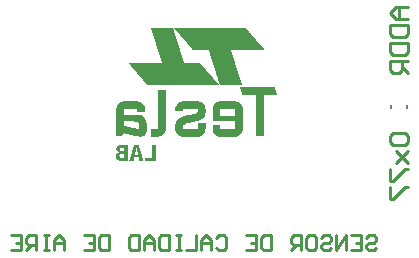
<source format=gbo>
G04*
G04 #@! TF.GenerationSoftware,Altium Limited,Altium Designer,20.1.14 (287)*
G04*
G04 Layer_Color=32896*
%FSLAX25Y25*%
%MOIN*%
G70*
G04*
G04 #@! TF.SameCoordinates,ED3C4BB4-71E9-4A6E-9139-F99DAA76467E*
G04*
G04*
G04 #@! TF.FilePolarity,Positive*
G04*
G01*
G75*
%ADD11C,0.00787*%
%ADD15C,0.01000*%
G36*
X151829Y134655D02*
X151921D01*
Y134564D01*
X152013D01*
Y134472D01*
X152105D01*
Y134380D01*
X152196D01*
Y134288D01*
X152288D01*
Y134196D01*
Y134105D01*
X152380D01*
Y134013D01*
X152472D01*
Y133921D01*
X152564D01*
Y133829D01*
X152655D01*
Y133738D01*
X152747D01*
Y133646D01*
X152839D01*
Y133554D01*
X152931D01*
Y133462D01*
Y133370D01*
X153022D01*
Y133279D01*
X153114D01*
Y133187D01*
X153206D01*
Y133095D01*
X153298D01*
Y133003D01*
X153389D01*
Y132912D01*
X153481D01*
Y132820D01*
X153573D01*
Y132728D01*
Y132636D01*
X153665D01*
Y132545D01*
X153756D01*
Y132453D01*
X153848D01*
Y132361D01*
X153940D01*
Y132269D01*
X154032D01*
Y132177D01*
X154124D01*
Y132086D01*
X154215D01*
Y131994D01*
Y131902D01*
X154307D01*
Y131810D01*
X154399D01*
Y131719D01*
X154491D01*
Y131627D01*
X154583D01*
Y131535D01*
X154674D01*
Y131443D01*
X154766D01*
Y131351D01*
X154858D01*
Y131260D01*
Y131168D01*
X154950D01*
Y131076D01*
X155041D01*
Y130984D01*
X155133D01*
Y130893D01*
X155225D01*
Y130801D01*
X155317D01*
Y130709D01*
X155408D01*
Y130617D01*
X155500D01*
Y130525D01*
Y130434D01*
X155592D01*
Y130342D01*
X155684D01*
Y130250D01*
X155775D01*
Y130158D01*
X155867D01*
Y130067D01*
X155959D01*
Y129975D01*
X156051D01*
Y129883D01*
X156143D01*
Y129791D01*
Y129700D01*
X156234D01*
Y129608D01*
X156326D01*
Y129516D01*
X156418D01*
Y129424D01*
X156510D01*
Y129332D01*
X156602D01*
Y129241D01*
X156693D01*
Y129149D01*
X156785D01*
Y129057D01*
Y128965D01*
X156877D01*
Y128874D01*
X156969D01*
Y128782D01*
X157060D01*
Y128690D01*
X157152D01*
Y128598D01*
X157244D01*
Y128506D01*
X157336D01*
Y128415D01*
X157428D01*
Y128323D01*
Y128231D01*
X157519D01*
Y128139D01*
X157611D01*
Y128048D01*
X157703D01*
Y127956D01*
X157795D01*
Y127864D01*
X157886D01*
Y127772D01*
X157978D01*
Y127681D01*
X158070D01*
Y127589D01*
Y127497D01*
X158162D01*
Y127405D01*
X158253D01*
Y127313D01*
X146965D01*
Y127222D01*
Y127130D01*
X147057D01*
Y127038D01*
Y126946D01*
X147149D01*
Y126855D01*
Y126763D01*
Y126671D01*
Y126579D01*
X147241D01*
Y126487D01*
Y126396D01*
Y126304D01*
X147332D01*
Y126212D01*
Y126120D01*
Y126029D01*
X147424D01*
Y125937D01*
Y125845D01*
Y125753D01*
X147516D01*
Y125661D01*
Y125570D01*
Y125478D01*
X147608D01*
Y125386D01*
Y125294D01*
Y125203D01*
X147699D01*
Y125111D01*
Y125019D01*
Y124927D01*
X147791D01*
Y124836D01*
Y124744D01*
Y124652D01*
Y124560D01*
X147883D01*
Y124468D01*
Y124377D01*
Y124285D01*
X147975D01*
Y124193D01*
Y124101D01*
Y124010D01*
X148067D01*
Y123918D01*
Y123826D01*
Y123734D01*
X148158D01*
Y123642D01*
Y123551D01*
Y123459D01*
X148250D01*
Y123367D01*
Y123275D01*
Y123184D01*
X148342D01*
Y123092D01*
Y123000D01*
Y122908D01*
X148434D01*
Y122817D01*
Y122725D01*
Y122633D01*
X148525D01*
Y122541D01*
Y122449D01*
Y122358D01*
X148617D01*
Y122266D01*
Y122174D01*
Y122082D01*
Y121991D01*
X148709D01*
Y121899D01*
Y121807D01*
Y121715D01*
X148801D01*
Y121623D01*
Y121532D01*
Y121440D01*
X148892D01*
Y121348D01*
Y121256D01*
Y121165D01*
X148984D01*
Y121073D01*
Y120981D01*
Y120889D01*
X149076D01*
Y120797D01*
Y120706D01*
Y120614D01*
X149168D01*
Y120522D01*
Y120430D01*
Y120339D01*
X149260D01*
Y120247D01*
Y120155D01*
Y120063D01*
X149351D01*
Y119972D01*
Y119880D01*
Y119788D01*
Y119696D01*
X149443D01*
Y119604D01*
Y119513D01*
Y119421D01*
X149535D01*
Y119329D01*
Y119237D01*
Y119146D01*
X149627D01*
Y119054D01*
Y118962D01*
Y118870D01*
X149718D01*
Y118778D01*
Y118687D01*
Y118595D01*
X149810D01*
Y118503D01*
Y118411D01*
Y118320D01*
X149902D01*
Y118228D01*
Y118136D01*
Y118044D01*
X149994D01*
Y117953D01*
Y117861D01*
Y117769D01*
X150086D01*
Y117677D01*
Y117585D01*
Y117494D01*
Y117402D01*
X150177D01*
Y117310D01*
Y117218D01*
Y117127D01*
X150269D01*
Y117035D01*
Y116943D01*
Y116851D01*
X150361D01*
Y116759D01*
Y116668D01*
Y116576D01*
X150453D01*
Y116484D01*
Y116392D01*
Y116300D01*
X150545D01*
Y116209D01*
Y116117D01*
Y116025D01*
X150636D01*
Y115933D01*
Y115842D01*
Y115750D01*
X150728D01*
Y115658D01*
Y115566D01*
X143294D01*
Y115658D01*
Y115750D01*
Y115842D01*
X143203D01*
Y115933D01*
Y116025D01*
Y116117D01*
X143111D01*
Y116209D01*
Y116300D01*
Y116392D01*
Y116484D01*
X143019D01*
Y116576D01*
Y116668D01*
Y116759D01*
X142927D01*
Y116851D01*
Y116943D01*
Y117035D01*
X142835D01*
Y117127D01*
Y117218D01*
Y117310D01*
X142744D01*
Y117402D01*
Y117494D01*
Y117585D01*
X142652D01*
Y117677D01*
Y117769D01*
Y117861D01*
X142560D01*
Y117953D01*
Y118044D01*
Y118136D01*
X142468D01*
Y118228D01*
Y118320D01*
Y118411D01*
X142377D01*
Y118503D01*
Y118595D01*
Y118687D01*
X142285D01*
Y118778D01*
Y118870D01*
Y118962D01*
Y119054D01*
X142193D01*
Y119146D01*
Y119237D01*
Y119329D01*
X142101D01*
Y119421D01*
Y119513D01*
Y119604D01*
X142009D01*
Y119696D01*
Y119788D01*
Y119880D01*
X141918D01*
Y119972D01*
Y120063D01*
Y120155D01*
X141826D01*
Y120247D01*
Y120339D01*
Y120430D01*
X141734D01*
Y120522D01*
Y120614D01*
Y120706D01*
X141642D01*
Y120797D01*
Y120889D01*
Y120981D01*
Y121073D01*
X141551D01*
Y121165D01*
Y121256D01*
Y121348D01*
X141459D01*
Y121440D01*
Y121532D01*
Y121623D01*
X141367D01*
Y121715D01*
Y121807D01*
Y121899D01*
X141275D01*
Y121991D01*
Y122082D01*
Y122174D01*
X141183D01*
Y122266D01*
Y122358D01*
Y122449D01*
X141092D01*
Y122541D01*
Y122633D01*
Y122725D01*
X141000D01*
Y122817D01*
Y122908D01*
Y123000D01*
X140908D01*
Y123092D01*
Y123184D01*
Y123275D01*
Y123367D01*
X140816D01*
Y123459D01*
Y123551D01*
Y123642D01*
X140725D01*
Y123734D01*
Y123826D01*
Y123918D01*
X140633D01*
Y124010D01*
Y124101D01*
Y124193D01*
X140541D01*
Y124285D01*
Y124377D01*
Y124468D01*
X140449D01*
Y124560D01*
Y124652D01*
Y124744D01*
X140358D01*
Y124836D01*
Y124927D01*
Y125019D01*
X140266D01*
Y125111D01*
Y125203D01*
Y125294D01*
X140174D01*
Y125386D01*
Y125478D01*
Y125570D01*
Y125661D01*
X140082D01*
Y125753D01*
Y125845D01*
Y125937D01*
X139990D01*
Y126029D01*
Y126120D01*
Y126212D01*
X139899D01*
Y126304D01*
Y126396D01*
Y126487D01*
X139807D01*
Y126579D01*
Y126671D01*
Y126763D01*
X139715D01*
Y126855D01*
Y126946D01*
Y127038D01*
X139623D01*
Y127130D01*
Y127222D01*
Y127313D01*
X134300D01*
Y127405D01*
X134209D01*
Y127497D01*
Y127589D01*
X134117D01*
Y127681D01*
X134025D01*
Y127772D01*
X133933D01*
Y127864D01*
X133842D01*
Y127956D01*
X133750D01*
Y128048D01*
X133658D01*
Y128139D01*
X133566D01*
Y128231D01*
Y128323D01*
X133475D01*
Y128415D01*
X133383D01*
Y128506D01*
X133291D01*
Y128598D01*
X133199D01*
Y128690D01*
X133107D01*
Y128782D01*
X133016D01*
Y128874D01*
X132924D01*
Y128965D01*
Y129057D01*
X132832D01*
Y129149D01*
X132740D01*
Y129241D01*
X132649D01*
Y129332D01*
X132557D01*
Y129424D01*
X132465D01*
Y129516D01*
X132373D01*
Y129608D01*
X132281D01*
Y129700D01*
Y129791D01*
X132190D01*
Y129883D01*
X132098D01*
Y129975D01*
X132006D01*
Y130067D01*
X131914D01*
Y130158D01*
X131823D01*
Y130250D01*
X131731D01*
Y130342D01*
X131639D01*
Y130434D01*
Y130525D01*
X131547D01*
Y130617D01*
X131456D01*
Y130709D01*
X131364D01*
Y130801D01*
X131272D01*
Y130893D01*
X131180D01*
Y130984D01*
X131088D01*
Y131076D01*
X130997D01*
Y131168D01*
Y131260D01*
X130905D01*
Y131351D01*
X130813D01*
Y131443D01*
X130721D01*
Y131535D01*
X130630D01*
Y131627D01*
X130538D01*
Y131719D01*
X130446D01*
Y131810D01*
X130354D01*
Y131902D01*
Y131994D01*
X130262D01*
Y132086D01*
X130171D01*
Y132177D01*
X130079D01*
Y132269D01*
X129987D01*
Y132361D01*
X129895D01*
Y132453D01*
X129804D01*
Y132545D01*
X129712D01*
Y132636D01*
Y132728D01*
X129620D01*
Y132820D01*
X129528D01*
Y132912D01*
X129437D01*
Y133003D01*
X129345D01*
Y133095D01*
X129253D01*
Y133187D01*
X129161D01*
Y133279D01*
X129069D01*
Y133370D01*
Y133462D01*
X128978D01*
Y133554D01*
X128886D01*
Y133646D01*
X128794D01*
Y133738D01*
X128702D01*
Y133829D01*
X128611D01*
Y133921D01*
X128519D01*
Y134013D01*
X128427D01*
Y134105D01*
Y134196D01*
X128335D01*
Y134288D01*
X128244D01*
Y134380D01*
X128152D01*
Y134472D01*
X128060D01*
Y134564D01*
X127968D01*
Y134655D01*
X127876D01*
Y134747D01*
X151829D01*
Y134655D01*
D02*
G37*
G36*
X127693D02*
Y134564D01*
X127785D01*
Y134472D01*
Y134380D01*
Y134288D01*
X127876D01*
Y134196D01*
Y134105D01*
Y134013D01*
Y133921D01*
X127968D01*
Y133829D01*
Y133738D01*
Y133646D01*
X128060D01*
Y133554D01*
Y133462D01*
Y133370D01*
X128152D01*
Y133279D01*
Y133187D01*
Y133095D01*
X128244D01*
Y133003D01*
Y132912D01*
Y132820D01*
X128335D01*
Y132728D01*
Y132636D01*
Y132545D01*
X128427D01*
Y132453D01*
Y132361D01*
Y132269D01*
X128519D01*
Y132177D01*
Y132086D01*
Y131994D01*
Y131902D01*
X128611D01*
Y131810D01*
Y131719D01*
Y131627D01*
X128702D01*
Y131535D01*
Y131443D01*
Y131351D01*
X128794D01*
Y131260D01*
Y131168D01*
Y131076D01*
X128886D01*
Y130984D01*
Y130893D01*
Y130801D01*
X128978D01*
Y130709D01*
Y130617D01*
Y130525D01*
X129069D01*
Y130434D01*
Y130342D01*
Y130250D01*
X129161D01*
Y130158D01*
Y130067D01*
Y129975D01*
X129253D01*
Y129883D01*
Y129791D01*
Y129700D01*
X129345D01*
Y129608D01*
Y129516D01*
Y129424D01*
Y129332D01*
X129437D01*
Y129241D01*
Y129149D01*
Y129057D01*
X129528D01*
Y128965D01*
Y128874D01*
Y128782D01*
X129620D01*
Y128690D01*
Y128598D01*
Y128506D01*
X129712D01*
Y128415D01*
Y128323D01*
Y128231D01*
X129804D01*
Y128139D01*
Y128048D01*
Y127956D01*
X129895D01*
Y127864D01*
Y127772D01*
Y127681D01*
X129987D01*
Y127589D01*
Y127497D01*
Y127405D01*
X130079D01*
Y127313D01*
Y127222D01*
Y127130D01*
Y127038D01*
X130171D01*
Y126946D01*
Y126855D01*
Y126763D01*
X130262D01*
Y126671D01*
Y126579D01*
Y126487D01*
X130354D01*
Y126396D01*
Y126304D01*
Y126212D01*
X130446D01*
Y126120D01*
Y126029D01*
Y125937D01*
X130538D01*
Y125845D01*
Y125753D01*
Y125661D01*
X130630D01*
Y125570D01*
Y125478D01*
Y125386D01*
X130721D01*
Y125294D01*
Y125203D01*
Y125111D01*
X130813D01*
Y125019D01*
Y124927D01*
Y124836D01*
Y124744D01*
X130905D01*
Y124652D01*
Y124560D01*
Y124468D01*
X130997D01*
Y124377D01*
Y124285D01*
Y124193D01*
X131088D01*
Y124101D01*
Y124010D01*
Y123918D01*
X131180D01*
Y123826D01*
Y123734D01*
Y123642D01*
X131272D01*
Y123551D01*
Y123459D01*
Y123367D01*
X131364D01*
Y123275D01*
Y123184D01*
Y123092D01*
X131456D01*
Y123000D01*
X136687D01*
Y122908D01*
X136778D01*
Y122817D01*
X136870D01*
Y122725D01*
X136962D01*
Y122633D01*
Y122541D01*
X137054D01*
Y122449D01*
X137145D01*
Y122358D01*
X137237D01*
Y122266D01*
X137329D01*
Y122174D01*
X137421D01*
Y122082D01*
X137513D01*
Y121991D01*
X137604D01*
Y121899D01*
Y121807D01*
X137696D01*
Y121715D01*
X137788D01*
Y121623D01*
X137880D01*
Y121532D01*
X137971D01*
Y121440D01*
X138063D01*
Y121348D01*
X138155D01*
Y121256D01*
Y121165D01*
X138247D01*
Y121073D01*
X138339D01*
Y120981D01*
X138430D01*
Y120889D01*
X138522D01*
Y120797D01*
X138614D01*
Y120706D01*
X138706D01*
Y120614D01*
X138797D01*
Y120522D01*
Y120430D01*
X138889D01*
Y120339D01*
X138981D01*
Y120247D01*
X139073D01*
Y120155D01*
X139164D01*
Y120063D01*
X139256D01*
Y119972D01*
X139348D01*
Y119880D01*
X139440D01*
Y119788D01*
Y119696D01*
X139532D01*
Y119604D01*
X139623D01*
Y119513D01*
X139715D01*
Y119421D01*
X139807D01*
Y119329D01*
X139899D01*
Y119237D01*
X139990D01*
Y119146D01*
Y119054D01*
X140082D01*
Y118962D01*
X140174D01*
Y118870D01*
X140266D01*
Y118778D01*
X140358D01*
Y118687D01*
X140449D01*
Y118595D01*
X140541D01*
Y118503D01*
X140633D01*
Y118411D01*
Y118320D01*
X140725D01*
Y118228D01*
X140816D01*
Y118136D01*
X140908D01*
Y118044D01*
X141000D01*
Y117953D01*
X141092D01*
Y117861D01*
X141183D01*
Y117769D01*
X141275D01*
Y117677D01*
Y117585D01*
X141367D01*
Y117494D01*
X141459D01*
Y117402D01*
X141551D01*
Y117310D01*
X141642D01*
Y117218D01*
X141734D01*
Y117127D01*
X141826D01*
Y117035D01*
X141918D01*
Y116943D01*
Y116851D01*
X142009D01*
Y116759D01*
X142101D01*
Y116668D01*
X142193D01*
Y116576D01*
X142285D01*
Y116484D01*
X142377D01*
Y116392D01*
X142468D01*
Y116300D01*
Y116209D01*
X142560D01*
Y116117D01*
X142652D01*
Y116025D01*
X142744D01*
Y115933D01*
X142835D01*
Y115842D01*
X142927D01*
Y115750D01*
X143019D01*
Y115658D01*
X143111D01*
Y115566D01*
X119250D01*
Y115658D01*
X119158D01*
Y115750D01*
X119066D01*
Y115842D01*
X118974D01*
Y115933D01*
X118883D01*
Y116025D01*
X118791D01*
Y116117D01*
X118699D01*
Y116209D01*
X118607D01*
Y116300D01*
X118516D01*
Y116392D01*
Y116484D01*
X118424D01*
Y116576D01*
X118332D01*
Y116668D01*
X118240D01*
Y116759D01*
X118148D01*
Y116851D01*
X118057D01*
Y116943D01*
X117965D01*
Y117035D01*
X117873D01*
Y117127D01*
Y117218D01*
X117781D01*
Y117310D01*
X117690D01*
Y117402D01*
X117598D01*
Y117494D01*
X117506D01*
Y117585D01*
X117414D01*
Y117677D01*
X117322D01*
Y117769D01*
X117231D01*
Y117861D01*
Y117953D01*
X117139D01*
Y118044D01*
X117047D01*
Y118136D01*
X116955D01*
Y118228D01*
X116864D01*
Y118320D01*
X116772D01*
Y118411D01*
X116680D01*
Y118503D01*
Y118595D01*
X116588D01*
Y118687D01*
X116497D01*
Y118778D01*
X116405D01*
Y118870D01*
X116313D01*
Y118962D01*
X116221D01*
Y119054D01*
X116129D01*
Y119146D01*
X116038D01*
Y119237D01*
Y119329D01*
X115946D01*
Y119421D01*
X115854D01*
Y119513D01*
X115762D01*
Y119604D01*
X115671D01*
Y119696D01*
X115579D01*
Y119788D01*
X115487D01*
Y119880D01*
X115395D01*
Y119972D01*
Y120063D01*
X115303D01*
Y120155D01*
X115212D01*
Y120247D01*
X115120D01*
Y120339D01*
X115028D01*
Y120430D01*
X114936D01*
Y120522D01*
X114845D01*
Y120614D01*
X114753D01*
Y120706D01*
Y120797D01*
X114661D01*
Y120889D01*
X114569D01*
Y120981D01*
X114477D01*
Y121073D01*
X114386D01*
Y121165D01*
X114294D01*
Y121256D01*
X114202D01*
Y121348D01*
Y121440D01*
X114110D01*
Y121532D01*
X114019D01*
Y121623D01*
X113927D01*
Y121715D01*
X113835D01*
Y121807D01*
X113743D01*
Y121899D01*
X113652D01*
Y121991D01*
X113560D01*
Y122082D01*
Y122174D01*
X113468D01*
Y122266D01*
X113376D01*
Y122358D01*
X113284D01*
Y122449D01*
X113193D01*
Y122541D01*
X113101D01*
Y122633D01*
X113009D01*
Y122725D01*
X112917D01*
Y122817D01*
Y122908D01*
X112826D01*
Y123000D01*
X124022D01*
Y123092D01*
Y123184D01*
X123930D01*
Y123275D01*
Y123367D01*
Y123459D01*
X123838D01*
Y123551D01*
Y123642D01*
Y123734D01*
Y123826D01*
X123747D01*
Y123918D01*
Y124010D01*
Y124101D01*
X123655D01*
Y124193D01*
Y124285D01*
Y124377D01*
X123563D01*
Y124468D01*
Y124560D01*
Y124652D01*
X123471D01*
Y124744D01*
Y124836D01*
Y124927D01*
X123380D01*
Y125019D01*
Y125111D01*
Y125203D01*
X123288D01*
Y125294D01*
Y125386D01*
Y125478D01*
X123196D01*
Y125570D01*
Y125661D01*
Y125753D01*
Y125845D01*
X123104D01*
Y125937D01*
Y126029D01*
Y126120D01*
X123012D01*
Y126212D01*
Y126304D01*
Y126396D01*
X122921D01*
Y126487D01*
Y126579D01*
Y126671D01*
X122829D01*
Y126763D01*
Y126855D01*
Y126946D01*
X122737D01*
Y127038D01*
Y127130D01*
Y127222D01*
X122645D01*
Y127313D01*
Y127405D01*
Y127497D01*
X122554D01*
Y127589D01*
Y127681D01*
Y127772D01*
X122462D01*
Y127864D01*
Y127956D01*
Y128048D01*
X122370D01*
Y128139D01*
Y128231D01*
Y128323D01*
Y128415D01*
X122278D01*
Y128506D01*
Y128598D01*
Y128690D01*
X122186D01*
Y128782D01*
Y128874D01*
Y128965D01*
X122095D01*
Y129057D01*
Y129149D01*
Y129241D01*
X122003D01*
Y129332D01*
Y129424D01*
Y129516D01*
X121911D01*
Y129608D01*
Y129700D01*
Y129791D01*
X121819D01*
Y129883D01*
Y129975D01*
Y130067D01*
X121728D01*
Y130158D01*
Y130250D01*
Y130342D01*
Y130434D01*
X121636D01*
Y130525D01*
Y130617D01*
Y130709D01*
X121544D01*
Y130801D01*
Y130893D01*
Y130984D01*
X121452D01*
Y131076D01*
Y131168D01*
Y131260D01*
X121361D01*
Y131351D01*
Y131443D01*
Y131535D01*
X121269D01*
Y131627D01*
Y131719D01*
Y131810D01*
X121177D01*
Y131902D01*
Y131994D01*
Y132086D01*
X121085D01*
Y132177D01*
Y132269D01*
Y132361D01*
X120993D01*
Y132453D01*
Y132545D01*
Y132636D01*
X120902D01*
Y132728D01*
Y132820D01*
Y132912D01*
Y133003D01*
X120810D01*
Y133095D01*
Y133187D01*
Y133279D01*
X120718D01*
Y133370D01*
Y133462D01*
Y133554D01*
X120626D01*
Y133646D01*
Y133738D01*
Y133829D01*
X120535D01*
Y133921D01*
Y134013D01*
Y134105D01*
X120443D01*
Y134196D01*
Y134288D01*
Y134380D01*
X120351D01*
Y134472D01*
Y134564D01*
Y134655D01*
X120259D01*
Y134747D01*
X127693D01*
Y134655D01*
D02*
G37*
G36*
X116129Y110060D02*
X116497D01*
Y109968D01*
X116772D01*
Y109876D01*
X116955D01*
Y109785D01*
X117139D01*
Y109693D01*
X117231D01*
Y109601D01*
X117414D01*
Y109509D01*
X117506D01*
Y109417D01*
X117598D01*
Y109326D01*
X117690D01*
Y109234D01*
X117781D01*
Y109142D01*
X117873D01*
Y109050D01*
Y108959D01*
X117965D01*
Y108867D01*
X118057D01*
Y108775D01*
Y108683D01*
X118148D01*
Y108592D01*
Y108500D01*
X118240D01*
Y108408D01*
Y108316D01*
Y108224D01*
X118332D01*
Y108133D01*
Y108041D01*
Y107949D01*
X118424D01*
Y107857D01*
Y107766D01*
Y107674D01*
Y107582D01*
Y107490D01*
Y107398D01*
Y107307D01*
Y107215D01*
Y107123D01*
Y107031D01*
Y106940D01*
Y106848D01*
Y106756D01*
X115854D01*
Y106848D01*
Y106940D01*
Y107031D01*
Y107123D01*
Y107215D01*
Y107307D01*
Y107398D01*
X115762D01*
Y107490D01*
X111449D01*
Y107398D01*
X111357D01*
Y107307D01*
Y107215D01*
Y107123D01*
Y107031D01*
Y106940D01*
Y106848D01*
Y106756D01*
Y106664D01*
Y106572D01*
Y106481D01*
Y106389D01*
Y106297D01*
Y106205D01*
Y106114D01*
Y106022D01*
Y105930D01*
Y105838D01*
X111449D01*
Y105747D01*
X113193D01*
Y105655D01*
X115028D01*
Y105563D01*
X116772D01*
Y105471D01*
X117231D01*
Y105379D01*
X117414D01*
Y105288D01*
X117598D01*
Y105196D01*
X117690D01*
Y105104D01*
X117781D01*
Y105012D01*
X117873D01*
Y104921D01*
X117965D01*
Y104829D01*
X118057D01*
Y104737D01*
X118148D01*
Y104645D01*
X118240D01*
Y104553D01*
X118332D01*
Y104462D01*
Y104370D01*
X118424D01*
Y104278D01*
Y104186D01*
X118516D01*
Y104095D01*
Y104003D01*
X118607D01*
Y103911D01*
Y103819D01*
X118699D01*
Y103728D01*
Y103636D01*
Y103544D01*
Y103452D01*
X118791D01*
Y103360D01*
Y103269D01*
Y103177D01*
Y103085D01*
Y102993D01*
X118883D01*
Y102902D01*
Y102810D01*
Y102718D01*
Y102626D01*
Y102534D01*
Y102443D01*
Y102351D01*
Y102259D01*
Y102167D01*
Y102076D01*
Y101984D01*
Y101892D01*
Y101800D01*
Y101708D01*
Y101617D01*
Y101525D01*
Y101433D01*
Y101341D01*
Y101250D01*
Y101158D01*
Y101066D01*
Y100974D01*
Y100883D01*
Y100791D01*
Y100699D01*
Y100607D01*
Y100515D01*
Y100424D01*
Y100332D01*
Y100240D01*
Y100148D01*
Y100057D01*
Y99965D01*
Y99873D01*
X118791D01*
Y99781D01*
Y99690D01*
Y99598D01*
X118699D01*
Y99506D01*
Y99414D01*
X118607D01*
Y99322D01*
Y99231D01*
X118516D01*
Y99139D01*
Y99047D01*
X118424D01*
Y98955D01*
X118332D01*
Y98864D01*
X118240D01*
Y98772D01*
X118057D01*
Y98680D01*
X117965D01*
Y98588D01*
X117781D01*
Y98497D01*
X117506D01*
Y98405D01*
X116221D01*
Y98497D01*
X115671D01*
Y98588D01*
X115212D01*
Y98680D01*
X114753D01*
Y98772D01*
X114386D01*
Y98864D01*
X113927D01*
Y98955D01*
X113560D01*
Y99047D01*
X113193D01*
Y99139D01*
X112826D01*
Y99231D01*
X112367D01*
Y99322D01*
X111999D01*
Y99414D01*
X111724D01*
Y99506D01*
X111265D01*
Y99414D01*
X111174D01*
Y99322D01*
X111082D01*
Y99231D01*
X110990D01*
Y99139D01*
X110898D01*
Y99047D01*
X110807D01*
Y98955D01*
X110715D01*
Y98864D01*
X110623D01*
Y98772D01*
X110531D01*
Y98680D01*
X110439D01*
Y98588D01*
X108788D01*
Y98680D01*
Y98772D01*
Y98864D01*
Y98955D01*
Y99047D01*
Y99139D01*
Y99231D01*
Y99322D01*
Y99414D01*
Y99506D01*
Y99598D01*
Y99690D01*
Y99781D01*
Y99873D01*
Y99965D01*
Y100057D01*
Y100148D01*
Y100240D01*
Y100332D01*
Y100424D01*
Y100515D01*
Y100607D01*
Y100699D01*
Y100791D01*
Y100883D01*
Y100974D01*
Y101066D01*
Y101158D01*
Y101250D01*
Y101341D01*
Y101433D01*
Y101525D01*
Y101617D01*
Y101708D01*
Y101800D01*
Y101892D01*
Y101984D01*
Y102076D01*
Y102167D01*
Y102259D01*
Y102351D01*
Y102443D01*
Y102534D01*
Y102626D01*
Y102718D01*
Y102810D01*
Y102902D01*
Y102993D01*
Y103085D01*
Y103177D01*
Y103269D01*
Y103360D01*
Y103452D01*
Y103544D01*
Y103636D01*
Y103728D01*
Y103819D01*
Y103911D01*
Y104003D01*
Y104095D01*
Y104186D01*
Y104278D01*
Y104370D01*
Y104462D01*
Y104553D01*
Y104645D01*
Y104737D01*
Y104829D01*
Y104921D01*
Y105012D01*
Y105104D01*
Y105196D01*
Y105288D01*
Y105379D01*
Y105471D01*
Y105563D01*
Y105655D01*
Y105747D01*
Y105838D01*
Y105930D01*
Y106022D01*
Y106114D01*
Y106205D01*
Y106297D01*
Y106389D01*
Y106481D01*
Y106572D01*
Y106664D01*
Y106756D01*
Y106848D01*
Y106940D01*
Y107031D01*
Y107123D01*
Y107215D01*
Y107307D01*
Y107398D01*
Y107490D01*
Y107582D01*
Y107674D01*
Y107766D01*
Y107857D01*
Y107949D01*
X108879D01*
Y108041D01*
Y108133D01*
Y108224D01*
Y108316D01*
X108971D01*
Y108408D01*
Y108500D01*
Y108592D01*
X109063D01*
Y108683D01*
Y108775D01*
X109155D01*
Y108867D01*
X109246D01*
Y108959D01*
Y109050D01*
X109338D01*
Y109142D01*
X109430D01*
Y109234D01*
X109522D01*
Y109326D01*
X109613D01*
Y109417D01*
X109705D01*
Y109509D01*
X109797D01*
Y109601D01*
X109889D01*
Y109693D01*
X110072D01*
Y109785D01*
X110256D01*
Y109876D01*
X110439D01*
Y109968D01*
X110623D01*
Y110060D01*
X111082D01*
Y110152D01*
X116129D01*
Y110060D01*
D02*
G37*
G36*
X148709D02*
X149168D01*
Y109968D01*
X149351D01*
Y109876D01*
X149535D01*
Y109785D01*
X149718D01*
Y109693D01*
X149902D01*
Y109601D01*
X149994D01*
Y109509D01*
X150086D01*
Y109417D01*
X150177D01*
Y109326D01*
X150269D01*
Y109234D01*
X150361D01*
Y109142D01*
X150453D01*
Y109050D01*
X150545D01*
Y108959D01*
Y108867D01*
X150636D01*
Y108775D01*
Y108683D01*
X150728D01*
Y108592D01*
Y108500D01*
X150820D01*
Y108408D01*
Y108316D01*
Y108224D01*
X150912D01*
Y108133D01*
Y108041D01*
Y107949D01*
Y107857D01*
Y107766D01*
X151003D01*
Y107674D01*
Y107582D01*
Y107490D01*
Y107398D01*
Y107307D01*
Y107215D01*
Y107123D01*
Y107031D01*
Y106940D01*
Y106848D01*
Y106756D01*
Y106664D01*
Y106572D01*
Y106481D01*
Y106389D01*
Y106297D01*
Y106205D01*
Y106114D01*
Y106022D01*
Y105930D01*
Y105838D01*
Y105747D01*
Y105655D01*
Y105563D01*
Y105471D01*
Y105379D01*
Y105288D01*
Y105196D01*
Y105104D01*
Y105012D01*
Y104921D01*
Y104829D01*
Y104737D01*
Y104645D01*
Y104553D01*
Y104462D01*
Y104370D01*
Y104278D01*
Y104186D01*
Y104095D01*
Y104003D01*
Y103911D01*
Y103819D01*
Y103728D01*
Y103636D01*
Y103544D01*
Y103452D01*
Y103360D01*
Y103269D01*
Y103177D01*
Y103085D01*
Y102993D01*
Y102902D01*
Y102810D01*
Y102718D01*
Y102626D01*
Y102534D01*
Y102443D01*
Y102351D01*
Y102259D01*
Y102167D01*
Y102076D01*
Y101984D01*
Y101892D01*
Y101800D01*
Y101708D01*
Y101617D01*
Y101525D01*
Y101433D01*
Y101341D01*
Y101250D01*
Y101158D01*
Y101066D01*
Y100974D01*
Y100883D01*
Y100791D01*
Y100699D01*
X150912D01*
Y100607D01*
Y100515D01*
Y100424D01*
Y100332D01*
Y100240D01*
X150820D01*
Y100148D01*
Y100057D01*
Y99965D01*
X150728D01*
Y99873D01*
Y99781D01*
X150636D01*
Y99690D01*
Y99598D01*
X150545D01*
Y99506D01*
X150453D01*
Y99414D01*
Y99322D01*
X150361D01*
Y99231D01*
X150269D01*
Y99139D01*
X150177D01*
Y99047D01*
X150086D01*
Y98955D01*
X149902D01*
Y98864D01*
X149810D01*
Y98772D01*
X149627D01*
Y98680D01*
X149535D01*
Y98588D01*
X149260D01*
Y98497D01*
X148984D01*
Y98405D01*
X142835D01*
Y98497D01*
X142560D01*
Y98588D01*
X142377D01*
Y98680D01*
X142193D01*
Y98772D01*
X142009D01*
Y98864D01*
X141918D01*
Y98955D01*
X141826D01*
Y99047D01*
X141734D01*
Y99139D01*
X141642D01*
Y99231D01*
X141551D01*
Y99322D01*
X141459D01*
Y99414D01*
X141367D01*
Y99506D01*
X141275D01*
Y99598D01*
Y99690D01*
X141183D01*
Y99781D01*
Y99873D01*
X141092D01*
Y99965D01*
Y100057D01*
X141000D01*
Y100148D01*
Y100240D01*
Y100332D01*
Y100424D01*
X140908D01*
Y100515D01*
Y100607D01*
Y100699D01*
Y100791D01*
Y100883D01*
Y100974D01*
Y101066D01*
Y101158D01*
Y101250D01*
Y101341D01*
Y101433D01*
Y101525D01*
Y101617D01*
Y101708D01*
Y101800D01*
Y101892D01*
Y101984D01*
Y102076D01*
Y102167D01*
Y102259D01*
Y102351D01*
Y102443D01*
X143478D01*
Y102351D01*
Y102259D01*
Y102167D01*
Y102076D01*
Y101984D01*
Y101892D01*
Y101800D01*
Y101708D01*
Y101617D01*
Y101525D01*
Y101433D01*
Y101341D01*
Y101250D01*
Y101158D01*
Y101066D01*
Y100974D01*
X143661D01*
Y100883D01*
X148250D01*
Y100974D01*
X148342D01*
Y101066D01*
X148434D01*
Y101158D01*
Y101250D01*
Y101341D01*
Y101433D01*
Y101525D01*
Y101617D01*
Y101708D01*
Y101800D01*
Y101892D01*
Y101984D01*
Y102076D01*
Y102167D01*
Y102259D01*
Y102351D01*
Y102443D01*
Y102534D01*
Y102626D01*
Y102718D01*
Y102810D01*
Y102902D01*
Y102993D01*
Y103085D01*
Y103177D01*
Y103269D01*
Y103360D01*
Y103452D01*
X140908D01*
Y103544D01*
Y103636D01*
Y103728D01*
Y103819D01*
Y103911D01*
Y104003D01*
Y104095D01*
Y104186D01*
Y104278D01*
Y104370D01*
Y104462D01*
Y104553D01*
Y104645D01*
Y104737D01*
Y104829D01*
Y104921D01*
Y105012D01*
Y105104D01*
Y105196D01*
Y105288D01*
Y105379D01*
Y105471D01*
Y105563D01*
Y105655D01*
Y105747D01*
Y105838D01*
Y105930D01*
Y106022D01*
Y106114D01*
Y106205D01*
Y106297D01*
Y106389D01*
Y106481D01*
Y106572D01*
Y106664D01*
Y106756D01*
Y106848D01*
Y106940D01*
Y107031D01*
Y107123D01*
Y107215D01*
Y107307D01*
Y107398D01*
Y107490D01*
Y107582D01*
Y107674D01*
Y107766D01*
Y107857D01*
Y107949D01*
Y108041D01*
Y108133D01*
X141000D01*
Y108224D01*
Y108316D01*
Y108408D01*
X141092D01*
Y108500D01*
Y108592D01*
X141183D01*
Y108683D01*
Y108775D01*
X141275D01*
Y108867D01*
Y108959D01*
X141367D01*
Y109050D01*
X141459D01*
Y109142D01*
Y109234D01*
X141551D01*
Y109326D01*
X141642D01*
Y109417D01*
X141734D01*
Y109509D01*
X141826D01*
Y109601D01*
X142009D01*
Y109693D01*
X142101D01*
Y109785D01*
X142285D01*
Y109876D01*
X142468D01*
Y109968D01*
X142744D01*
Y110060D01*
X143111D01*
Y110152D01*
X148709D01*
Y110060D01*
D02*
G37*
G36*
X161649Y114740D02*
Y114649D01*
X161741D01*
Y114557D01*
Y114465D01*
Y114373D01*
X161833D01*
Y114281D01*
Y114190D01*
Y114098D01*
X161924D01*
Y114006D01*
Y113914D01*
Y113823D01*
X162016D01*
Y113731D01*
Y113639D01*
Y113547D01*
X162108D01*
Y113455D01*
Y113364D01*
Y113272D01*
X162200D01*
Y113180D01*
Y113089D01*
Y112997D01*
X162292D01*
Y112905D01*
Y112813D01*
Y112721D01*
X162383D01*
Y112630D01*
Y112538D01*
Y112446D01*
X162475D01*
Y112354D01*
Y112262D01*
X157978D01*
Y112171D01*
Y112079D01*
Y111987D01*
Y111895D01*
Y111804D01*
Y111712D01*
Y111620D01*
Y111528D01*
Y111436D01*
Y111345D01*
Y111253D01*
Y111161D01*
Y111069D01*
Y110978D01*
Y110886D01*
Y110794D01*
Y110702D01*
Y110611D01*
Y110519D01*
Y110427D01*
Y110335D01*
Y110243D01*
Y110152D01*
Y110060D01*
Y109968D01*
Y109876D01*
Y109785D01*
Y109693D01*
Y109601D01*
Y109509D01*
Y109417D01*
Y109326D01*
Y109234D01*
Y109142D01*
Y109050D01*
Y108959D01*
Y108867D01*
Y108775D01*
Y108683D01*
Y108592D01*
Y108500D01*
Y108408D01*
Y108316D01*
Y108224D01*
Y108133D01*
Y108041D01*
Y107949D01*
Y107857D01*
Y107766D01*
Y107674D01*
Y107582D01*
Y107490D01*
Y107398D01*
Y107307D01*
Y107215D01*
Y107123D01*
Y107031D01*
Y106940D01*
Y106848D01*
Y106756D01*
Y106664D01*
Y106572D01*
Y106481D01*
Y106389D01*
Y106297D01*
Y106205D01*
Y106114D01*
Y106022D01*
Y105930D01*
Y105838D01*
Y105747D01*
Y105655D01*
Y105563D01*
Y105471D01*
Y105379D01*
Y105288D01*
Y105196D01*
Y105104D01*
Y105012D01*
Y104921D01*
Y104829D01*
Y104737D01*
Y104645D01*
Y104553D01*
Y104462D01*
Y104370D01*
Y104278D01*
Y104186D01*
Y104095D01*
Y104003D01*
Y103911D01*
Y103819D01*
Y103728D01*
Y103636D01*
Y103544D01*
Y103452D01*
Y103360D01*
Y103269D01*
Y103177D01*
Y103085D01*
Y102993D01*
Y102902D01*
Y102810D01*
Y102718D01*
Y102626D01*
Y102534D01*
Y102443D01*
Y102351D01*
Y102259D01*
Y102167D01*
Y102076D01*
Y101984D01*
Y101892D01*
Y101800D01*
Y101708D01*
Y101617D01*
Y101525D01*
Y101433D01*
Y101341D01*
Y101250D01*
Y101158D01*
Y101066D01*
Y100974D01*
Y100883D01*
Y100791D01*
Y100699D01*
Y100607D01*
Y100515D01*
Y100424D01*
Y100332D01*
Y100240D01*
Y100148D01*
Y100057D01*
Y99965D01*
Y99873D01*
Y99781D01*
Y99690D01*
Y99598D01*
Y99506D01*
Y99414D01*
Y99322D01*
Y99231D01*
Y99139D01*
Y99047D01*
Y98955D01*
Y98864D01*
Y98772D01*
Y98680D01*
Y98588D01*
X155408D01*
Y98680D01*
Y98772D01*
Y98864D01*
Y98955D01*
Y99047D01*
Y99139D01*
Y99231D01*
Y99322D01*
Y99414D01*
Y99506D01*
Y99598D01*
Y99690D01*
Y99781D01*
Y99873D01*
Y99965D01*
Y100057D01*
Y100148D01*
Y100240D01*
Y100332D01*
Y100424D01*
Y100515D01*
Y100607D01*
Y100699D01*
Y100791D01*
Y100883D01*
Y100974D01*
Y101066D01*
Y101158D01*
Y101250D01*
Y101341D01*
Y101433D01*
Y101525D01*
Y101617D01*
Y101708D01*
Y101800D01*
Y101892D01*
Y101984D01*
Y102076D01*
Y102167D01*
Y102259D01*
Y102351D01*
Y102443D01*
Y102534D01*
Y102626D01*
Y102718D01*
Y102810D01*
Y102902D01*
Y102993D01*
Y103085D01*
Y103177D01*
Y103269D01*
Y103360D01*
Y103452D01*
Y103544D01*
Y103636D01*
Y103728D01*
Y103819D01*
Y103911D01*
Y104003D01*
Y104095D01*
Y104186D01*
Y104278D01*
Y104370D01*
Y104462D01*
Y104553D01*
Y104645D01*
Y104737D01*
Y104829D01*
Y104921D01*
Y105012D01*
Y105104D01*
Y105196D01*
Y105288D01*
Y105379D01*
Y105471D01*
Y105563D01*
Y105655D01*
Y105747D01*
Y105838D01*
Y105930D01*
Y106022D01*
Y106114D01*
Y106205D01*
Y106297D01*
Y106389D01*
Y106481D01*
Y106572D01*
Y106664D01*
Y106756D01*
Y106848D01*
Y106940D01*
Y107031D01*
Y107123D01*
Y107215D01*
Y107307D01*
Y107398D01*
Y107490D01*
Y107582D01*
Y107674D01*
Y107766D01*
Y107857D01*
Y107949D01*
Y108041D01*
Y108133D01*
Y108224D01*
Y108316D01*
Y108408D01*
Y108500D01*
Y108592D01*
Y108683D01*
Y108775D01*
Y108867D01*
Y108959D01*
Y109050D01*
Y109142D01*
Y109234D01*
Y109326D01*
Y109417D01*
Y109509D01*
Y109601D01*
Y109693D01*
Y109785D01*
Y109876D01*
Y109968D01*
Y110060D01*
Y110152D01*
Y110243D01*
Y110335D01*
Y110427D01*
Y110519D01*
Y110611D01*
Y110702D01*
Y110794D01*
Y110886D01*
Y110978D01*
Y111069D01*
Y111161D01*
Y111253D01*
Y111345D01*
Y111436D01*
Y111528D01*
Y111620D01*
Y111712D01*
Y111804D01*
Y111895D01*
Y111987D01*
Y112079D01*
Y112171D01*
Y112262D01*
X150820D01*
Y112354D01*
Y112446D01*
Y112538D01*
X150728D01*
Y112630D01*
Y112721D01*
Y112813D01*
X150636D01*
Y112905D01*
Y112997D01*
Y113089D01*
X150545D01*
Y113180D01*
Y113272D01*
Y113364D01*
X150453D01*
Y113455D01*
Y113547D01*
Y113639D01*
X150361D01*
Y113731D01*
Y113823D01*
Y113914D01*
X150269D01*
Y114006D01*
Y114098D01*
Y114190D01*
X150177D01*
Y114281D01*
Y114373D01*
Y114465D01*
X150086D01*
Y114557D01*
Y114649D01*
Y114740D01*
X149994D01*
Y114832D01*
X161649D01*
Y114740D01*
D02*
G37*
G36*
X136320Y110060D02*
X136778D01*
Y109968D01*
X136962D01*
Y109876D01*
X137145D01*
Y109785D01*
X137329D01*
Y109693D01*
X137513D01*
Y109601D01*
X137604D01*
Y109509D01*
X137696D01*
Y109417D01*
X137788D01*
Y109326D01*
X137880D01*
Y109234D01*
X137971D01*
Y109142D01*
X138063D01*
Y109050D01*
X138155D01*
Y108959D01*
Y108867D01*
X138247D01*
Y108775D01*
Y108683D01*
X138339D01*
Y108592D01*
Y108500D01*
X138430D01*
Y108408D01*
Y108316D01*
Y108224D01*
X138522D01*
Y108133D01*
Y108041D01*
Y107949D01*
Y107857D01*
Y107766D01*
X138614D01*
Y107674D01*
Y107582D01*
Y107490D01*
Y107398D01*
Y107307D01*
Y107215D01*
Y107123D01*
Y107031D01*
Y106940D01*
Y106848D01*
Y106756D01*
Y106664D01*
Y106572D01*
Y106481D01*
Y106389D01*
X138522D01*
Y106297D01*
Y106205D01*
Y106114D01*
Y106022D01*
Y105930D01*
Y105838D01*
X138430D01*
Y105747D01*
Y105655D01*
Y105563D01*
X138339D01*
Y105471D01*
Y105379D01*
Y105288D01*
X138247D01*
Y105196D01*
Y105104D01*
X138155D01*
Y105012D01*
X138063D01*
Y104921D01*
X137971D01*
Y104829D01*
Y104737D01*
X137880D01*
Y104645D01*
X137788D01*
Y104553D01*
X137696D01*
Y104462D01*
X137604D01*
Y104370D01*
X137421D01*
Y104278D01*
X137329D01*
Y104186D01*
X137145D01*
Y104095D01*
X136962D01*
Y104003D01*
X136778D01*
Y103911D01*
X136595D01*
Y103819D01*
X136411D01*
Y103728D01*
X136136D01*
Y103636D01*
X135861D01*
Y103544D01*
X135494D01*
Y103452D01*
X135126D01*
Y103360D01*
X134668D01*
Y103269D01*
X134209D01*
Y103177D01*
X133658D01*
Y103085D01*
X133199D01*
Y102993D01*
X132740D01*
Y102902D01*
X132373D01*
Y102810D01*
X132190D01*
Y102718D01*
X131914D01*
Y102626D01*
X131731D01*
Y102534D01*
X131547D01*
Y102443D01*
X131456D01*
Y102351D01*
X131364D01*
Y102259D01*
X131272D01*
Y102167D01*
X131180D01*
Y102076D01*
Y101984D01*
X131088D01*
Y101892D01*
Y101800D01*
X130997D01*
Y101708D01*
Y101617D01*
Y101525D01*
Y101433D01*
Y101341D01*
Y101250D01*
Y101158D01*
Y101066D01*
X131088D01*
Y100974D01*
X131180D01*
Y100883D01*
X135861D01*
Y100974D01*
X135952D01*
Y101066D01*
X136044D01*
Y101158D01*
Y101250D01*
Y101341D01*
Y101433D01*
Y101525D01*
Y101617D01*
Y101708D01*
Y101800D01*
Y101892D01*
Y101984D01*
Y102076D01*
Y102167D01*
Y102259D01*
Y102351D01*
Y102443D01*
Y102534D01*
Y102626D01*
Y102718D01*
Y102810D01*
X138614D01*
Y102718D01*
Y102626D01*
Y102534D01*
Y102443D01*
Y102351D01*
Y102259D01*
Y102167D01*
Y102076D01*
Y101984D01*
Y101892D01*
Y101800D01*
Y101708D01*
Y101617D01*
Y101525D01*
Y101433D01*
Y101341D01*
Y101250D01*
Y101158D01*
Y101066D01*
Y100974D01*
Y100883D01*
Y100791D01*
X138522D01*
Y100699D01*
Y100607D01*
Y100515D01*
Y100424D01*
Y100332D01*
X138430D01*
Y100240D01*
Y100148D01*
Y100057D01*
X138339D01*
Y99965D01*
Y99873D01*
Y99781D01*
X138247D01*
Y99690D01*
X138155D01*
Y99598D01*
Y99506D01*
X138063D01*
Y99414D01*
X137971D01*
Y99322D01*
Y99231D01*
X137880D01*
Y99139D01*
X137788D01*
Y99047D01*
X137696D01*
Y98955D01*
X137513D01*
Y98864D01*
X137421D01*
Y98772D01*
X137237D01*
Y98680D01*
X137054D01*
Y98588D01*
X136870D01*
Y98497D01*
X136595D01*
Y98405D01*
X130446D01*
Y98497D01*
X130171D01*
Y98588D01*
X129987D01*
Y98680D01*
X129804D01*
Y98772D01*
X129620D01*
Y98864D01*
X129528D01*
Y98955D01*
X129437D01*
Y99047D01*
X129345D01*
Y99139D01*
X129253D01*
Y99231D01*
X129161D01*
Y99322D01*
X129069D01*
Y99414D01*
X128978D01*
Y99506D01*
Y99598D01*
X128886D01*
Y99690D01*
X128794D01*
Y99781D01*
Y99873D01*
X128702D01*
Y99965D01*
Y100057D01*
X128611D01*
Y100148D01*
Y100240D01*
Y100332D01*
Y100424D01*
X128519D01*
Y100515D01*
Y100607D01*
Y100699D01*
Y100791D01*
Y100883D01*
Y100974D01*
Y101066D01*
Y101158D01*
Y101250D01*
Y101341D01*
Y101433D01*
Y101525D01*
Y101617D01*
Y101708D01*
Y101800D01*
Y101892D01*
Y101984D01*
Y102076D01*
Y102167D01*
Y102259D01*
Y102351D01*
Y102443D01*
Y102534D01*
Y102626D01*
X128611D01*
Y102718D01*
Y102810D01*
Y102902D01*
Y102993D01*
X128702D01*
Y103085D01*
Y103177D01*
Y103269D01*
X128794D01*
Y103360D01*
Y103452D01*
X128886D01*
Y103544D01*
Y103636D01*
X128978D01*
Y103728D01*
X129069D01*
Y103819D01*
Y103911D01*
X129161D01*
Y104003D01*
X129253D01*
Y104095D01*
X129345D01*
Y104186D01*
X129437D01*
Y104278D01*
X129528D01*
Y104370D01*
X129712D01*
Y104462D01*
X129804D01*
Y104553D01*
X129895D01*
Y104645D01*
X130079D01*
Y104737D01*
X130262D01*
Y104829D01*
X130446D01*
Y104921D01*
X130630D01*
Y105012D01*
X130905D01*
Y105104D01*
X131088D01*
Y105196D01*
X131364D01*
Y105288D01*
X131731D01*
Y105379D01*
X132098D01*
Y105471D01*
X132557D01*
Y105563D01*
X133016D01*
Y105655D01*
X133566D01*
Y105747D01*
X134025D01*
Y105838D01*
X134484D01*
Y105930D01*
X134759D01*
Y106022D01*
X135035D01*
Y106114D01*
X135310D01*
Y106205D01*
X135402D01*
Y106297D01*
X135585D01*
Y106389D01*
X135677D01*
Y106481D01*
X135769D01*
Y106572D01*
X135861D01*
Y106664D01*
X135952D01*
Y106756D01*
Y106848D01*
Y106940D01*
X136044D01*
Y107031D01*
Y107123D01*
Y107215D01*
Y107307D01*
Y107398D01*
Y107490D01*
X135952D01*
Y107582D01*
X131180D01*
Y107490D01*
X131088D01*
Y107398D01*
Y107307D01*
X130997D01*
Y107215D01*
Y107123D01*
Y107031D01*
X131088D01*
Y106940D01*
X128519D01*
Y107031D01*
Y107123D01*
Y107215D01*
Y107307D01*
Y107398D01*
Y107490D01*
Y107582D01*
Y107674D01*
Y107766D01*
Y107857D01*
Y107949D01*
Y108041D01*
Y108133D01*
X128611D01*
Y108224D01*
Y108316D01*
Y108408D01*
X128702D01*
Y108500D01*
Y108592D01*
Y108683D01*
X128794D01*
Y108775D01*
X128886D01*
Y108867D01*
Y108959D01*
X128978D01*
Y109050D01*
X129069D01*
Y109142D01*
Y109234D01*
X129161D01*
Y109326D01*
X129253D01*
Y109417D01*
X129345D01*
Y109509D01*
X129437D01*
Y109601D01*
X129620D01*
Y109693D01*
X129712D01*
Y109785D01*
X129895D01*
Y109876D01*
X130079D01*
Y109968D01*
X130354D01*
Y110060D01*
X130721D01*
Y110152D01*
X136320D01*
Y110060D01*
D02*
G37*
G36*
X125399Y114006D02*
Y113914D01*
Y113823D01*
Y113731D01*
Y113639D01*
Y113547D01*
Y113455D01*
Y113364D01*
Y113272D01*
Y113180D01*
Y113089D01*
Y112997D01*
Y112905D01*
Y112813D01*
Y112721D01*
Y112630D01*
Y112538D01*
Y112446D01*
Y112354D01*
Y112262D01*
Y112171D01*
Y112079D01*
Y111987D01*
Y111895D01*
Y111804D01*
Y111712D01*
Y111620D01*
Y111528D01*
Y111436D01*
Y111345D01*
Y111253D01*
Y111161D01*
Y111069D01*
Y110978D01*
Y110886D01*
Y110794D01*
Y110702D01*
Y110611D01*
Y110519D01*
Y110427D01*
Y110335D01*
Y110243D01*
Y110152D01*
Y110060D01*
Y109968D01*
Y109876D01*
Y109785D01*
Y109693D01*
Y109601D01*
Y109509D01*
Y109417D01*
Y109326D01*
Y109234D01*
Y109142D01*
Y109050D01*
Y108959D01*
Y108867D01*
Y108775D01*
Y108683D01*
Y108592D01*
Y108500D01*
Y108408D01*
Y108316D01*
Y108224D01*
Y108133D01*
Y108041D01*
Y107949D01*
Y107857D01*
Y107766D01*
Y107674D01*
Y107582D01*
Y107490D01*
Y107398D01*
Y107307D01*
Y107215D01*
Y107123D01*
Y107031D01*
Y106940D01*
Y106848D01*
Y106756D01*
Y106664D01*
Y106572D01*
Y106481D01*
Y106389D01*
Y106297D01*
Y106205D01*
Y106114D01*
Y106022D01*
Y105930D01*
Y105838D01*
Y105747D01*
Y105655D01*
Y105563D01*
Y105471D01*
Y105379D01*
Y105288D01*
Y105196D01*
Y105104D01*
Y105012D01*
Y104921D01*
Y104829D01*
Y104737D01*
Y104645D01*
Y104553D01*
Y104462D01*
Y104370D01*
Y104278D01*
Y104186D01*
Y104095D01*
Y104003D01*
Y103911D01*
Y103819D01*
Y103728D01*
Y103636D01*
Y103544D01*
Y103452D01*
Y103360D01*
Y103269D01*
Y103177D01*
Y103085D01*
Y102993D01*
Y102902D01*
Y102810D01*
Y102718D01*
Y102626D01*
Y102534D01*
Y102443D01*
Y102351D01*
Y102259D01*
Y102167D01*
Y102076D01*
Y101984D01*
Y101892D01*
Y101800D01*
Y101708D01*
Y101617D01*
Y101525D01*
Y101433D01*
Y101341D01*
Y101250D01*
Y101158D01*
Y101066D01*
Y100974D01*
Y100883D01*
Y100791D01*
Y100699D01*
X125307D01*
Y100607D01*
Y100515D01*
Y100424D01*
X125215D01*
Y100332D01*
Y100240D01*
Y100148D01*
X125123D01*
Y100057D01*
Y99965D01*
X125031D01*
Y99873D01*
Y99781D01*
X124940D01*
Y99690D01*
X124848D01*
Y99598D01*
X124756D01*
Y99506D01*
Y99414D01*
X124664D01*
Y99322D01*
X124573D01*
Y99231D01*
X124481D01*
Y99139D01*
X124389D01*
Y99047D01*
X124297D01*
Y98955D01*
X124114D01*
Y98864D01*
X124022D01*
Y98772D01*
X123838D01*
Y98680D01*
X123655D01*
Y98588D01*
X123380D01*
Y98497D01*
X123104D01*
Y98405D01*
X120535D01*
Y98497D01*
Y98588D01*
Y98680D01*
Y98772D01*
Y98864D01*
Y98955D01*
Y99047D01*
Y99139D01*
Y99231D01*
Y99322D01*
Y99414D01*
Y99506D01*
Y99598D01*
Y99690D01*
Y99781D01*
Y99873D01*
Y99965D01*
Y100057D01*
Y100148D01*
Y100240D01*
Y100332D01*
Y100424D01*
Y100515D01*
Y100607D01*
Y100699D01*
Y100791D01*
Y100883D01*
X122370D01*
Y100974D01*
X122645D01*
Y101066D01*
X122737D01*
Y101158D01*
X122829D01*
Y101250D01*
Y101341D01*
Y101433D01*
Y101525D01*
Y101617D01*
Y101708D01*
Y101800D01*
Y101892D01*
Y101984D01*
Y102076D01*
Y102167D01*
Y102259D01*
Y102351D01*
Y102443D01*
Y102534D01*
Y102626D01*
Y102718D01*
Y102810D01*
Y102902D01*
Y102993D01*
Y103085D01*
Y103177D01*
Y103269D01*
Y103360D01*
Y103452D01*
Y103544D01*
Y103636D01*
Y103728D01*
Y103819D01*
Y103911D01*
Y104003D01*
Y104095D01*
Y104186D01*
Y104278D01*
Y104370D01*
Y104462D01*
Y104553D01*
Y104645D01*
Y104737D01*
Y104829D01*
Y104921D01*
Y105012D01*
Y105104D01*
Y105196D01*
Y105288D01*
Y105379D01*
Y105471D01*
Y105563D01*
Y105655D01*
Y105747D01*
Y105838D01*
Y105930D01*
Y106022D01*
Y106114D01*
Y106205D01*
Y106297D01*
Y106389D01*
Y106481D01*
Y106572D01*
Y106664D01*
Y106756D01*
Y106848D01*
Y106940D01*
Y107031D01*
Y107123D01*
Y107215D01*
Y107307D01*
Y107398D01*
Y107490D01*
Y107582D01*
Y107674D01*
Y107766D01*
Y107857D01*
Y107949D01*
Y108041D01*
Y108133D01*
Y108224D01*
Y108316D01*
Y108408D01*
Y108500D01*
Y108592D01*
Y108683D01*
Y108775D01*
Y108867D01*
Y108959D01*
Y109050D01*
Y109142D01*
Y109234D01*
Y109326D01*
Y109417D01*
Y109509D01*
Y109601D01*
Y109693D01*
Y109785D01*
Y109876D01*
Y109968D01*
Y110060D01*
Y110152D01*
Y110243D01*
Y110335D01*
Y110427D01*
Y110519D01*
Y110611D01*
Y110702D01*
Y110794D01*
Y110886D01*
Y110978D01*
Y111069D01*
Y111161D01*
Y111253D01*
Y111345D01*
Y111436D01*
Y111528D01*
Y111620D01*
Y111712D01*
Y111804D01*
Y111895D01*
Y111987D01*
Y112079D01*
Y112171D01*
Y112262D01*
Y112354D01*
Y112446D01*
Y112538D01*
Y112630D01*
Y112721D01*
Y112813D01*
Y112905D01*
Y112997D01*
Y113089D01*
Y113180D01*
Y113272D01*
Y113364D01*
Y113455D01*
Y113547D01*
Y113639D01*
Y113731D01*
Y113823D01*
Y113914D01*
Y114006D01*
Y114098D01*
X125399D01*
Y114006D01*
D02*
G37*
G36*
X121911Y95468D02*
Y95376D01*
Y95284D01*
Y95193D01*
Y95101D01*
Y95009D01*
Y94917D01*
Y94826D01*
Y94734D01*
Y94642D01*
Y94550D01*
Y94458D01*
Y94367D01*
Y94275D01*
Y94183D01*
Y94091D01*
Y94000D01*
Y93908D01*
Y93816D01*
Y93724D01*
Y93633D01*
Y93541D01*
Y93449D01*
Y93357D01*
Y93265D01*
Y93174D01*
Y93082D01*
Y92990D01*
Y92898D01*
Y92807D01*
Y92715D01*
Y92623D01*
Y92531D01*
Y92439D01*
Y92348D01*
Y92256D01*
Y92164D01*
Y92072D01*
Y91980D01*
Y91889D01*
Y91797D01*
Y91705D01*
Y91614D01*
Y91522D01*
Y91430D01*
Y91338D01*
Y91246D01*
Y91155D01*
Y91063D01*
Y90971D01*
Y90879D01*
Y90788D01*
Y90696D01*
Y90604D01*
Y90512D01*
Y90420D01*
X118424D01*
Y90512D01*
Y90604D01*
Y90696D01*
Y90788D01*
Y90879D01*
Y90971D01*
Y91063D01*
Y91155D01*
Y91246D01*
Y91338D01*
Y91430D01*
X120626D01*
Y91522D01*
Y91614D01*
Y91705D01*
Y91797D01*
Y91889D01*
Y91980D01*
Y92072D01*
Y92164D01*
Y92256D01*
Y92348D01*
Y92439D01*
Y92531D01*
Y92623D01*
Y92715D01*
Y92807D01*
Y92898D01*
Y92990D01*
Y93082D01*
Y93174D01*
Y93265D01*
Y93357D01*
Y93449D01*
Y93541D01*
Y93633D01*
Y93724D01*
Y93816D01*
Y93908D01*
Y94000D01*
Y94091D01*
Y94183D01*
Y94275D01*
Y94367D01*
Y94458D01*
Y94550D01*
Y94642D01*
Y94734D01*
Y94826D01*
Y94917D01*
Y95009D01*
Y95101D01*
Y95193D01*
Y95284D01*
Y95376D01*
Y95468D01*
Y95560D01*
X121911D01*
Y95468D01*
D02*
G37*
G36*
X116313D02*
Y95376D01*
X116405D01*
Y95284D01*
Y95193D01*
Y95101D01*
X116497D01*
Y95009D01*
Y94917D01*
Y94826D01*
Y94734D01*
X116588D01*
Y94642D01*
Y94550D01*
Y94458D01*
X116680D01*
Y94367D01*
Y94275D01*
Y94183D01*
X116772D01*
Y94091D01*
Y94000D01*
Y93908D01*
Y93816D01*
X116864D01*
Y93724D01*
Y93633D01*
Y93541D01*
X116955D01*
Y93449D01*
Y93357D01*
Y93265D01*
X117047D01*
Y93174D01*
Y93082D01*
Y92990D01*
X117139D01*
Y92898D01*
Y92807D01*
Y92715D01*
Y92623D01*
X117231D01*
Y92531D01*
Y92439D01*
Y92348D01*
X117322D01*
Y92256D01*
Y92164D01*
Y92072D01*
X117414D01*
Y91980D01*
Y91889D01*
Y91797D01*
Y91705D01*
X117506D01*
Y91614D01*
Y91522D01*
Y91430D01*
X117598D01*
Y91338D01*
Y91246D01*
Y91155D01*
X117690D01*
Y91063D01*
Y90971D01*
Y90879D01*
Y90788D01*
X117781D01*
Y90696D01*
Y90604D01*
Y90512D01*
X117873D01*
Y90420D01*
X116497D01*
Y90512D01*
Y90604D01*
Y90696D01*
Y90788D01*
Y90879D01*
X116405D01*
Y90971D01*
Y91063D01*
Y91155D01*
Y91246D01*
X116313D01*
Y91338D01*
Y91430D01*
Y91522D01*
X114753D01*
Y91430D01*
Y91338D01*
Y91246D01*
X114661D01*
Y91155D01*
Y91063D01*
Y90971D01*
Y90879D01*
Y90788D01*
X114569D01*
Y90696D01*
Y90604D01*
Y90512D01*
Y90420D01*
X113193D01*
Y90512D01*
Y90604D01*
X113284D01*
Y90696D01*
Y90788D01*
Y90879D01*
Y90971D01*
X113376D01*
Y91063D01*
Y91155D01*
Y91246D01*
X113468D01*
Y91338D01*
Y91430D01*
Y91522D01*
X113560D01*
Y91614D01*
Y91705D01*
Y91797D01*
Y91889D01*
X113652D01*
Y91980D01*
Y92072D01*
Y92164D01*
X113743D01*
Y92256D01*
Y92348D01*
Y92439D01*
X113835D01*
Y92531D01*
Y92623D01*
Y92715D01*
X113927D01*
Y92807D01*
Y92898D01*
Y92990D01*
Y93082D01*
X114019D01*
Y93174D01*
Y93265D01*
Y93357D01*
X114110D01*
Y93449D01*
Y93541D01*
Y93633D01*
X114202D01*
Y93724D01*
Y93816D01*
Y93908D01*
Y94000D01*
X114294D01*
Y94091D01*
Y94183D01*
Y94275D01*
X114386D01*
Y94367D01*
Y94458D01*
Y94550D01*
X114477D01*
Y94642D01*
Y94734D01*
Y94826D01*
Y94917D01*
X114569D01*
Y95009D01*
Y95101D01*
Y95193D01*
X114661D01*
Y95284D01*
Y95376D01*
Y95468D01*
Y95560D01*
X116313D01*
Y95468D01*
D02*
G37*
G36*
X112550D02*
Y95376D01*
Y95284D01*
Y95193D01*
Y95101D01*
Y95009D01*
Y94917D01*
Y94826D01*
Y94734D01*
Y94642D01*
Y94550D01*
Y94458D01*
Y94367D01*
Y94275D01*
Y94183D01*
Y94091D01*
Y94000D01*
Y93908D01*
Y93816D01*
Y93724D01*
Y93633D01*
Y93541D01*
Y93449D01*
Y93357D01*
Y93265D01*
Y93174D01*
Y93082D01*
Y92990D01*
Y92898D01*
Y92807D01*
Y92715D01*
Y92623D01*
Y92531D01*
Y92439D01*
Y92348D01*
Y92256D01*
Y92164D01*
Y92072D01*
Y91980D01*
Y91889D01*
Y91797D01*
Y91705D01*
Y91614D01*
Y91522D01*
Y91430D01*
Y91338D01*
Y91246D01*
Y91155D01*
Y91063D01*
Y90971D01*
Y90879D01*
Y90788D01*
Y90696D01*
Y90604D01*
Y90512D01*
Y90420D01*
X109797D01*
Y90512D01*
X109522D01*
Y90604D01*
X109338D01*
Y90696D01*
X109155D01*
Y90788D01*
X109063D01*
Y90879D01*
X108879D01*
Y90971D01*
Y91063D01*
X108788D01*
Y91155D01*
X108696D01*
Y91246D01*
Y91338D01*
X108604D01*
Y91430D01*
Y91522D01*
Y91614D01*
Y91705D01*
Y91797D01*
X108512D01*
Y91889D01*
Y91980D01*
X108604D01*
Y92072D01*
Y92164D01*
Y92256D01*
Y92348D01*
X108696D01*
Y92439D01*
Y92531D01*
X108788D01*
Y92623D01*
Y92715D01*
X108879D01*
Y92807D01*
X109063D01*
Y92898D01*
X109246D01*
Y92990D01*
X109613D01*
Y93082D01*
X109705D01*
Y93174D01*
X109613D01*
Y93265D01*
X109338D01*
Y93357D01*
X109246D01*
Y93449D01*
X109063D01*
Y93541D01*
Y93633D01*
X108971D01*
Y93724D01*
X108879D01*
Y93816D01*
Y93908D01*
Y94000D01*
X108788D01*
Y94091D01*
Y94183D01*
Y94275D01*
Y94367D01*
Y94458D01*
Y94550D01*
Y94642D01*
X108879D01*
Y94734D01*
Y94826D01*
X108971D01*
Y94917D01*
Y95009D01*
X109063D01*
Y95101D01*
X109155D01*
Y95193D01*
X109246D01*
Y95284D01*
X109430D01*
Y95376D01*
X109705D01*
Y95468D01*
X110348D01*
Y95560D01*
X112550D01*
Y95468D01*
D02*
G37*
%LPC*%
G36*
X112091Y103728D02*
X111357D01*
Y103636D01*
Y103544D01*
Y103452D01*
Y103360D01*
Y103269D01*
Y103177D01*
Y103085D01*
Y102993D01*
Y102902D01*
Y102810D01*
Y102718D01*
Y102626D01*
Y102534D01*
Y102443D01*
Y102351D01*
Y102259D01*
Y102167D01*
Y102076D01*
Y101984D01*
X111449D01*
Y101892D01*
X111908D01*
Y101800D01*
X112275D01*
Y101708D01*
X112734D01*
Y101617D01*
X113193D01*
Y101525D01*
X113652D01*
Y101433D01*
X114019D01*
Y101341D01*
X114477D01*
Y101250D01*
X114936D01*
Y101158D01*
X115395D01*
Y101066D01*
X115854D01*
Y100974D01*
X116221D01*
Y101066D01*
X116313D01*
Y101158D01*
Y101250D01*
Y101341D01*
Y101433D01*
Y101525D01*
Y101617D01*
Y101708D01*
Y101800D01*
Y101892D01*
Y101984D01*
Y102076D01*
Y102167D01*
Y102259D01*
Y102351D01*
Y102443D01*
Y102534D01*
X116221D01*
Y102626D01*
Y102718D01*
Y102810D01*
Y102902D01*
X116129D01*
Y102993D01*
Y103085D01*
X116038D01*
Y103177D01*
X115946D01*
Y103269D01*
X115762D01*
Y103360D01*
X114845D01*
Y103452D01*
X113927D01*
Y103544D01*
X113009D01*
Y103636D01*
X112091D01*
Y103728D01*
D02*
G37*
G36*
X148342Y107582D02*
X143570D01*
Y107490D01*
X143478D01*
Y107398D01*
Y107307D01*
Y107215D01*
Y107123D01*
Y107031D01*
Y106940D01*
Y106848D01*
Y106756D01*
Y106664D01*
Y106572D01*
Y106481D01*
Y106389D01*
Y106297D01*
Y106205D01*
Y106114D01*
Y106022D01*
Y105930D01*
Y105838D01*
Y105747D01*
Y105655D01*
Y105563D01*
Y105471D01*
Y105379D01*
X148434D01*
Y105471D01*
Y105563D01*
Y105655D01*
Y105747D01*
Y105838D01*
Y105930D01*
Y106022D01*
Y106114D01*
Y106205D01*
Y106297D01*
Y106389D01*
Y106481D01*
Y106572D01*
Y106664D01*
Y106756D01*
Y106848D01*
Y106940D01*
Y107031D01*
Y107123D01*
Y107215D01*
Y107307D01*
Y107398D01*
Y107490D01*
X148342D01*
Y107582D01*
D02*
G37*
G36*
X115671Y94550D02*
X115487D01*
Y94458D01*
Y94367D01*
X115395D01*
Y94275D01*
Y94183D01*
Y94091D01*
Y94000D01*
X115303D01*
Y93908D01*
Y93816D01*
Y93724D01*
Y93633D01*
Y93541D01*
X115212D01*
Y93449D01*
Y93357D01*
Y93265D01*
Y93174D01*
X115120D01*
Y93082D01*
Y92990D01*
Y92898D01*
Y92807D01*
X115028D01*
Y92715D01*
Y92623D01*
Y92531D01*
Y92439D01*
X116038D01*
Y92531D01*
Y92623D01*
Y92715D01*
Y92807D01*
X115946D01*
Y92898D01*
Y92990D01*
Y93082D01*
Y93174D01*
Y93265D01*
X115854D01*
Y93357D01*
Y93449D01*
Y93541D01*
Y93633D01*
X115762D01*
Y93724D01*
Y93816D01*
Y93908D01*
Y94000D01*
Y94091D01*
X115671D01*
Y94183D01*
Y94275D01*
Y94367D01*
Y94458D01*
Y94550D01*
D02*
G37*
G36*
X111265D02*
X110348D01*
Y94458D01*
X110164D01*
Y94367D01*
X110072D01*
Y94275D01*
Y94183D01*
Y94091D01*
Y94000D01*
Y93908D01*
Y93816D01*
Y93724D01*
X110164D01*
Y93633D01*
X110256D01*
Y93541D01*
X110439D01*
Y93449D01*
X111265D01*
Y93541D01*
Y93633D01*
Y93724D01*
Y93816D01*
Y93908D01*
Y94000D01*
Y94091D01*
Y94183D01*
Y94275D01*
Y94367D01*
Y94458D01*
Y94550D01*
D02*
G37*
G36*
Y92623D02*
X110348D01*
Y92531D01*
X110072D01*
Y92439D01*
X109980D01*
Y92348D01*
X109889D01*
Y92256D01*
X109797D01*
Y92164D01*
Y92072D01*
Y91980D01*
Y91889D01*
Y91797D01*
X109889D01*
Y91705D01*
Y91614D01*
X109980D01*
Y91522D01*
X110072D01*
Y91430D01*
X110348D01*
Y91338D01*
X111265D01*
Y91430D01*
Y91522D01*
Y91614D01*
Y91705D01*
Y91797D01*
Y91889D01*
Y91980D01*
Y92072D01*
Y92164D01*
Y92256D01*
Y92348D01*
Y92439D01*
Y92531D01*
Y92623D01*
D02*
G37*
%LPD*%
D11*
X205658Y108106D02*
Y108894D01*
X200342Y108106D02*
Y108894D01*
D15*
X201001Y99500D02*
X200001Y98500D01*
Y96501D01*
X201001Y95501D01*
X204999D01*
X205999Y96501D01*
Y98500D01*
X204999Y99500D01*
X201001D01*
X202000Y93502D02*
X205999Y89503D01*
X204000Y91503D01*
X202000Y89503D01*
X205999Y93502D01*
X200001Y87504D02*
Y83505D01*
X201001D01*
X204999Y87504D01*
X205999D01*
X200001Y81506D02*
Y77507D01*
X201001D01*
X204999Y81506D01*
X205999D01*
X192168Y64665D02*
X193001Y65498D01*
X194667D01*
X195500Y64665D01*
Y63832D01*
X194667Y62999D01*
X193001D01*
X192168Y62166D01*
Y61333D01*
X193001Y60500D01*
X194667D01*
X195500Y61333D01*
X187169Y65498D02*
X190502D01*
Y60500D01*
X187169D01*
X190502Y62999D02*
X188836D01*
X185503Y60500D02*
Y65498D01*
X182171Y60500D01*
Y65498D01*
X177173Y64665D02*
X178006Y65498D01*
X179672D01*
X180505Y64665D01*
Y63832D01*
X179672Y62999D01*
X178006D01*
X177173Y62166D01*
Y61333D01*
X178006Y60500D01*
X179672D01*
X180505Y61333D01*
X173007Y65498D02*
X174673D01*
X175506Y64665D01*
Y61333D01*
X174673Y60500D01*
X173007D01*
X172174Y61333D01*
Y64665D01*
X173007Y65498D01*
X170508Y60500D02*
Y65498D01*
X168009D01*
X167176Y64665D01*
Y62999D01*
X168009Y62166D01*
X170508D01*
X168842D02*
X167176Y60500D01*
X160511Y65498D02*
Y60500D01*
X158012D01*
X157179Y61333D01*
Y64665D01*
X158012Y65498D01*
X160511D01*
X152181D02*
X155513D01*
Y60500D01*
X152181D01*
X155513Y62999D02*
X153847D01*
X142184Y64665D02*
X143017Y65498D01*
X144683D01*
X145516Y64665D01*
Y61333D01*
X144683Y60500D01*
X143017D01*
X142184Y61333D01*
X140518Y60500D02*
Y63832D01*
X138852Y65498D01*
X137186Y63832D01*
Y60500D01*
Y62999D01*
X140518D01*
X135519Y65498D02*
Y60500D01*
X132187D01*
X130521Y65498D02*
X128855D01*
X129688D01*
Y60500D01*
X130521D01*
X128855D01*
X126356Y65498D02*
Y60500D01*
X123856D01*
X123023Y61333D01*
Y64665D01*
X123856Y65498D01*
X126356D01*
X121357Y60500D02*
Y63832D01*
X119691Y65498D01*
X118025Y63832D01*
Y60500D01*
Y62999D01*
X121357D01*
X116359Y65498D02*
Y60500D01*
X113860D01*
X113027Y61333D01*
Y64665D01*
X113860Y65498D01*
X116359D01*
X106362D02*
Y60500D01*
X103863D01*
X103030Y61333D01*
Y64665D01*
X103863Y65498D01*
X106362D01*
X98032D02*
X101364D01*
Y60500D01*
X98032D01*
X101364Y62999D02*
X99698D01*
X91367Y60500D02*
Y63832D01*
X89701Y65498D01*
X88035Y63832D01*
Y60500D01*
Y62999D01*
X91367D01*
X86369Y65498D02*
X84703D01*
X85536D01*
Y60500D01*
X86369D01*
X84703D01*
X82203D02*
Y65498D01*
X79704D01*
X78871Y64665D01*
Y62999D01*
X79704Y62166D01*
X82203D01*
X80537D02*
X78871Y60500D01*
X73873Y65498D02*
X77205D01*
Y60500D01*
X73873D01*
X77205Y62999D02*
X75539D01*
X205999Y141496D02*
X202000D01*
X200001Y139497D01*
X202000Y137498D01*
X205999D01*
X203000D01*
Y141496D01*
X200001Y135498D02*
X205999D01*
Y132499D01*
X204999Y131500D01*
X201001D01*
X200001Y132499D01*
Y135498D01*
Y129500D02*
X205999D01*
Y126501D01*
X204999Y125502D01*
X201001D01*
X200001Y126501D01*
Y129500D01*
X205999Y123502D02*
X200001D01*
Y120503D01*
X201001Y119503D01*
X203000D01*
X204000Y120503D01*
Y123502D01*
Y121503D02*
X205999Y119503D01*
M02*

</source>
